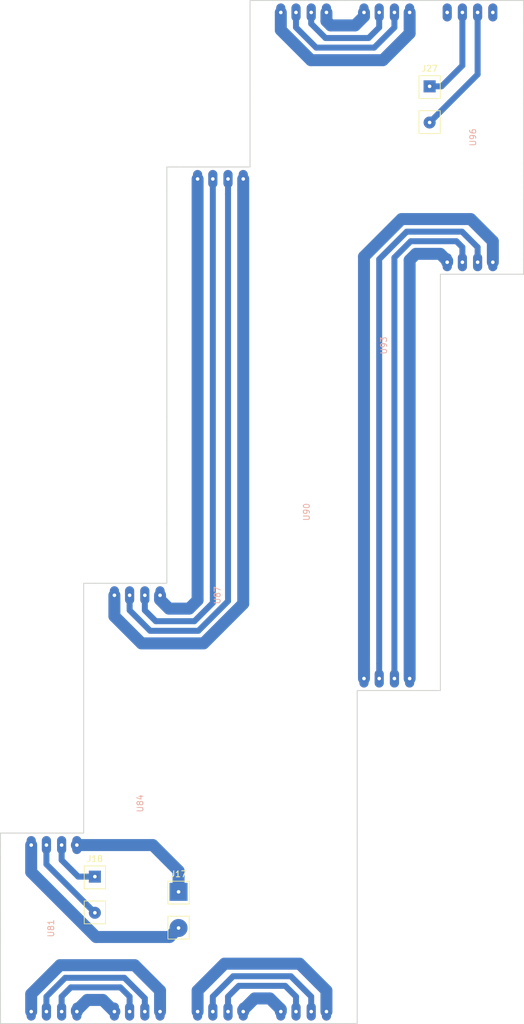
<source format=kicad_pcb>
(kicad_pcb (version 4) (host pcbnew 4.0.6)

  (general
    (links 26)
    (no_connects 2)
    (area 445.424999 438.480599 532.908301 609.297201)
    (thickness 1.6)
    (drawings 116)
    (tracks 119)
    (zones 0)
    (modules 9)
    (nets 27)
  )

  (page A4 portrait)
  (layers
    (0 F.Cu signal)
    (31 B.Cu signal)
    (32 B.Adhes user)
    (33 F.Adhes user hide)
    (34 B.Paste user)
    (35 F.Paste user hide)
    (36 B.SilkS user)
    (37 F.SilkS user hide)
    (38 B.Mask user)
    (39 F.Mask user hide)
    (40 Dwgs.User user)
    (41 Cmts.User user)
    (42 Eco1.User user)
    (43 Eco2.User user)
    (44 Edge.Cuts user)
    (45 Margin user hide)
    (46 B.CrtYd user)
    (47 F.CrtYd user hide)
    (48 B.Fab user)
    (49 F.Fab user)
  )

  (setup
    (last_trace_width 2)
    (trace_clearance 0.6)
    (zone_clearance 0.508)
    (zone_45_only no)
    (trace_min 0.2)
    (segment_width 0.2)
    (edge_width 0.15)
    (via_size 0.6)
    (via_drill 0.6)
    (via_min_size 0.4)
    (via_min_drill 0.3)
    (uvia_size 0.3)
    (uvia_drill 0.1)
    (uvias_allowed no)
    (uvia_min_size 0.2)
    (uvia_min_drill 0.1)
    (pcb_text_width 0.3)
    (pcb_text_size 1.5 1.5)
    (mod_edge_width 0.15)
    (mod_text_size 1 1)
    (mod_text_width 0.15)
    (pad_size 1.524 1.524)
    (pad_drill 0.6)
    (pad_to_mask_clearance 0.2)
    (aux_axis_origin 0 0)
    (visible_elements FFFFFFFF)
    (pcbplotparams
      (layerselection 0x01000_80000000)
      (usegerberextensions false)
      (excludeedgelayer true)
      (linewidth 0.100000)
      (plotframeref false)
      (viasonmask false)
      (mode 1)
      (useauxorigin false)
      (hpglpennumber 1)
      (hpglpenspeed 20)
      (hpglpendiameter 15)
      (hpglpenoverlay 2)
      (psnegative false)
      (psa4output false)
      (plotreference false)
      (plotvalue false)
      (plotinvisibletext false)
      (padsonsilk false)
      (subtractmaskfromsilk false)
      (outputformat 1)
      (mirror false)
      (drillshape 0)
      (scaleselection 1)
      (outputdirectory gerbers/))
  )

  (net 0 "")
  (net 1 +5V)
  (net 2 GND)
  (net 3 "Net-(U81-Pad5)")
  (net 4 "Net-(U81-Pad6)")
  (net 5 "Net-(U81-Pad7)")
  (net 6 "Net-(U81-Pad8)")
  (net 7 "Net-(U84-Pad5)")
  (net 8 "Net-(U84-Pad6)")
  (net 9 "Net-(U84-Pad7)")
  (net 10 "Net-(U84-Pad8)")
  (net 11 "Net-(U87-Pad5)")
  (net 12 "Net-(U87-Pad6)")
  (net 13 "Net-(U87-Pad7)")
  (net 14 "Net-(U87-Pad8)")
  (net 15 "Net-(U90-Pad5)")
  (net 16 "Net-(U90-Pad6)")
  (net 17 "Net-(U90-Pad7)")
  (net 18 "Net-(U90-Pad8)")
  (net 19 "Net-(U93-Pad5)")
  (net 20 "Net-(U93-Pad6)")
  (net 21 "Net-(U93-Pad7)")
  (net 22 "Net-(U93-Pad8)")
  (net 23 "Net-(J18-Pad1)")
  (net 24 "Net-(J18-Pad2)")
  (net 25 "Net-(J27-Pad1)")
  (net 26 "Net-(J27-Pad2)")

  (net_class Default "This is the default net class."
    (clearance 0.6)
    (trace_width 2)
    (via_drill 1)
    (via_drill 0.6)
    (uvia_dia 0.3)
    (uvia_drill 0.1)
    (add_net +5V)
    (add_net GND)
    (add_net "Net-(U81-Pad5)")
    (add_net "Net-(U81-Pad8)")
    (add_net "Net-(U84-Pad5)")
    (add_net "Net-(U84-Pad8)")
    (add_net "Net-(U87-Pad5)")
    (add_net "Net-(U87-Pad8)")
    (add_net "Net-(U90-Pad5)")
    (add_net "Net-(U90-Pad8)")
    (add_net "Net-(U93-Pad5)")
    (add_net "Net-(U93-Pad8)")
  )

  (net_class Signal ""
    (clearance 0.6)
    (trace_width 1)
    (via_drill 1)
    (via_drill 0.6)
    (uvia_dia 0.3)
    (uvia_drill 0.1)
    (add_net "Net-(J18-Pad1)")
    (add_net "Net-(J18-Pad2)")
    (add_net "Net-(J27-Pad1)")
    (add_net "Net-(J27-Pad2)")
    (add_net "Net-(U81-Pad6)")
    (add_net "Net-(U81-Pad7)")
    (add_net "Net-(U84-Pad6)")
    (add_net "Net-(U84-Pad7)")
    (add_net "Net-(U87-Pad6)")
    (add_net "Net-(U87-Pad7)")
    (add_net "Net-(U90-Pad6)")
    (add_net "Net-(U90-Pad7)")
    (add_net "Net-(U93-Pad6)")
    (add_net "Net-(U93-Pad7)")
  )

  (module apa102c_72m:APA102C_72m_x2 (layer B.Cu) (tedit 59559C0C) (tstamp 59559C0C)
    (at 70.1424 210.0473 270)
    (path /5954F15E)
    (fp_text reference U81 (at 0 0.5 270) (layer B.SilkS)
      (effects (font (size 1 1) (thickness 0.15)))
    )
    (fp_text value APA102C_x2 (at 0 -0.5 270) (layer B.Fab)
      (effects (font (size 1 1) (thickness 0.15)))
    )
    (fp_line (start -13.8889 -5.08) (end -13.8889 5.08) (layer B.CrtYd) (width 0.15))
    (fp_line (start 13.8889 -5.08) (end -13.8889 -5.08) (layer B.CrtYd) (width 0.15))
    (fp_line (start 13.8889 5.08) (end 13.8889 -5.08) (layer B.CrtYd) (width 0.15))
    (fp_line (start -13.8889 5.08) (end 13.8889 5.08) (layer B.CrtYd) (width 0.15))
    (pad 1 thru_hole oval (at -13.8889 -3.81 270) (size 3 1.524) (drill 0.6) (layers *.Cu *.Mask)
      (net 2 GND))
    (pad 2 thru_hole oval (at -13.8889 -1.27 270) (size 3 1.524) (drill 0.6) (layers *.Cu *.Mask)
      (net 23 "Net-(J18-Pad1)"))
    (pad 3 thru_hole oval (at -13.8889 1.27 270) (size 3 1.524) (drill 0.6) (layers *.Cu *.Mask)
      (net 24 "Net-(J18-Pad2)"))
    (pad 4 thru_hole oval (at -13.8889 3.81 270) (size 3 1.524) (drill 0.6) (layers *.Cu *.Mask)
      (net 1 +5V))
    (pad 5 thru_hole oval (at 13.8889 -3.81 270) (size 3 1.524) (drill 0.6) (layers *.Cu *.Mask)
      (net 3 "Net-(U81-Pad5)"))
    (pad 6 thru_hole oval (at 13.8889 -1.27 270) (size 3 1.524) (drill 0.6) (layers *.Cu *.Mask)
      (net 4 "Net-(U81-Pad6)"))
    (pad 7 thru_hole oval (at 13.8889 1.27 270) (size 3 1.524) (drill 0.6) (layers *.Cu *.Mask)
      (net 5 "Net-(U81-Pad7)"))
    (pad 8 thru_hole oval (at 13.8889 3.81 270) (size 3 1.524) (drill 0.6) (layers *.Cu *.Mask)
      (net 6 "Net-(U81-Pad8)"))
  )

  (module apa102c_72m:APA102C_72m_x5 (layer B.Cu) (tedit 59559C0C) (tstamp 59559C0C)
    (at 84.0313 189.214 90)
    (path /5954F161)
    (fp_text reference U84 (at 0 0.5 90) (layer B.SilkS)
      (effects (font (size 1 1) (thickness 0.15)))
    )
    (fp_text value APA102C_x5 (at 0 -0.5 90) (layer B.Fab)
      (effects (font (size 1 1) (thickness 0.15)))
    )
    (fp_line (start -34.7222 -5.08) (end -34.7222 5.08) (layer B.CrtYd) (width 0.15))
    (fp_line (start 34.7222 -5.08) (end -34.7222 -5.08) (layer B.CrtYd) (width 0.15))
    (fp_line (start 34.7222 5.08) (end 34.7222 -5.08) (layer B.CrtYd) (width 0.15))
    (fp_line (start -34.7222 5.08) (end 34.7222 5.08) (layer B.CrtYd) (width 0.15))
    (pad 1 thru_hole oval (at -34.7222 -3.81 90) (size 3 1.524) (drill 0.6) (layers *.Cu *.Mask)
      (net 3 "Net-(U81-Pad5)"))
    (pad 2 thru_hole oval (at -34.7222 -1.27 90) (size 3 1.524) (drill 0.6) (layers *.Cu *.Mask)
      (net 4 "Net-(U81-Pad6)"))
    (pad 3 thru_hole oval (at -34.7222 1.27 90) (size 3 1.524) (drill 0.6) (layers *.Cu *.Mask)
      (net 5 "Net-(U81-Pad7)"))
    (pad 4 thru_hole oval (at -34.7222 3.81 90) (size 3 1.524) (drill 0.6) (layers *.Cu *.Mask)
      (net 6 "Net-(U81-Pad8)"))
    (pad 5 thru_hole oval (at 34.7222 -3.81 90) (size 3 1.524) (drill 0.6) (layers *.Cu *.Mask)
      (net 7 "Net-(U84-Pad5)"))
    (pad 6 thru_hole oval (at 34.7222 -1.27 90) (size 3 1.524) (drill 0.6) (layers *.Cu *.Mask)
      (net 8 "Net-(U84-Pad6)"))
    (pad 7 thru_hole oval (at 34.7222 1.27 90) (size 3 1.524) (drill 0.6) (layers *.Cu *.Mask)
      (net 9 "Net-(U84-Pad7)"))
    (pad 8 thru_hole oval (at 34.7222 3.81 90) (size 3 1.524) (drill 0.6) (layers *.Cu *.Mask)
      (net 10 "Net-(U84-Pad8)"))
  )

  (module apa102c_72m:APA102C_72m_x10 (layer B.Cu) (tedit 59559C0C) (tstamp 59559C0C)
    (at 97.9202 154.4918 270)
    (path /5954F164)
    (fp_text reference U87 (at 0 0.5 270) (layer B.SilkS)
      (effects (font (size 1 1) (thickness 0.15)))
    )
    (fp_text value APA102C_x10 (at 0 -0.5 270) (layer B.Fab)
      (effects (font (size 1 1) (thickness 0.15)))
    )
    (fp_line (start -69.4444 -5.08) (end -69.4444 5.08) (layer B.CrtYd) (width 0.15))
    (fp_line (start 69.4444 -5.08) (end -69.4444 -5.08) (layer B.CrtYd) (width 0.15))
    (fp_line (start 69.4444 5.08) (end 69.4444 -5.08) (layer B.CrtYd) (width 0.15))
    (fp_line (start -69.4444 5.08) (end 69.4444 5.08) (layer B.CrtYd) (width 0.15))
    (pad 1 thru_hole oval (at -69.4444 -3.81 270) (size 3 1.524) (drill 0.6) (layers *.Cu *.Mask)
      (net 7 "Net-(U84-Pad5)"))
    (pad 2 thru_hole oval (at -69.4444 -1.27 270) (size 3 1.524) (drill 0.6) (layers *.Cu *.Mask)
      (net 8 "Net-(U84-Pad6)"))
    (pad 3 thru_hole oval (at -69.4444 1.27 270) (size 3 1.524) (drill 0.6) (layers *.Cu *.Mask)
      (net 9 "Net-(U84-Pad7)"))
    (pad 4 thru_hole oval (at -69.4444 3.81 270) (size 3 1.524) (drill 0.6) (layers *.Cu *.Mask)
      (net 10 "Net-(U84-Pad8)"))
    (pad 5 thru_hole oval (at 69.4444 -3.81 270) (size 3 1.524) (drill 0.6) (layers *.Cu *.Mask)
      (net 11 "Net-(U87-Pad5)"))
    (pad 6 thru_hole oval (at 69.4444 -1.27 270) (size 3 1.524) (drill 0.6) (layers *.Cu *.Mask)
      (net 12 "Net-(U87-Pad6)"))
    (pad 7 thru_hole oval (at 69.4444 1.27 270) (size 3 1.524) (drill 0.6) (layers *.Cu *.Mask)
      (net 13 "Net-(U87-Pad7)"))
    (pad 8 thru_hole oval (at 69.4444 3.81 270) (size 3 1.524) (drill 0.6) (layers *.Cu *.Mask)
      (net 14 "Net-(U87-Pad8)"))
  )

  (module apa102c_72m:APA102C_72m_x12 (layer B.Cu) (tedit 59559C0C) (tstamp 59559C0C)
    (at 111.8091 140.6029 90)
    (path /5954F167)
    (fp_text reference U90 (at 0 0.5 90) (layer B.SilkS)
      (effects (font (size 1 1) (thickness 0.15)))
    )
    (fp_text value APA102C_x12 (at 0 -0.5 90) (layer B.Fab)
      (effects (font (size 1 1) (thickness 0.15)))
    )
    (fp_line (start -83.3333 -5.08) (end -83.3333 5.08) (layer B.CrtYd) (width 0.15))
    (fp_line (start 83.3333 -5.08) (end -83.3333 -5.08) (layer B.CrtYd) (width 0.15))
    (fp_line (start 83.3333 5.08) (end 83.3333 -5.08) (layer B.CrtYd) (width 0.15))
    (fp_line (start -83.3333 5.08) (end 83.3333 5.08) (layer B.CrtYd) (width 0.15))
    (pad 1 thru_hole oval (at -83.3333 -3.81 90) (size 3 1.524) (drill 0.6) (layers *.Cu *.Mask)
      (net 11 "Net-(U87-Pad5)"))
    (pad 2 thru_hole oval (at -83.3333 -1.27 90) (size 3 1.524) (drill 0.6) (layers *.Cu *.Mask)
      (net 12 "Net-(U87-Pad6)"))
    (pad 3 thru_hole oval (at -83.3333 1.27 90) (size 3 1.524) (drill 0.6) (layers *.Cu *.Mask)
      (net 13 "Net-(U87-Pad7)"))
    (pad 4 thru_hole oval (at -83.3333 3.81 90) (size 3 1.524) (drill 0.6) (layers *.Cu *.Mask)
      (net 14 "Net-(U87-Pad8)"))
    (pad 5 thru_hole oval (at 83.3333 -3.81 90) (size 3 1.524) (drill 0.6) (layers *.Cu *.Mask)
      (net 15 "Net-(U90-Pad5)"))
    (pad 6 thru_hole oval (at 83.3333 -1.27 90) (size 3 1.524) (drill 0.6) (layers *.Cu *.Mask)
      (net 16 "Net-(U90-Pad6)"))
    (pad 7 thru_hole oval (at 83.3333 1.27 90) (size 3 1.524) (drill 0.6) (layers *.Cu *.Mask)
      (net 17 "Net-(U90-Pad7)"))
    (pad 8 thru_hole oval (at 83.3333 3.81 90) (size 3 1.524) (drill 0.6) (layers *.Cu *.Mask)
      (net 18 "Net-(U90-Pad8)"))
  )

  (module apa102c_72m:APA102C_72m_x8 (layer B.Cu) (tedit 59559C0C) (tstamp 59559C0C)
    (at 125.698 112.8251 270)
    (path /5954F16A)
    (fp_text reference U93 (at 0 0.5 270) (layer B.SilkS)
      (effects (font (size 1 1) (thickness 0.15)))
    )
    (fp_text value APA102C_x8 (at 0 -0.5 270) (layer B.Fab)
      (effects (font (size 1 1) (thickness 0.15)))
    )
    (fp_line (start -55.5556 -5.08) (end -55.5556 5.08) (layer B.CrtYd) (width 0.15))
    (fp_line (start 55.5556 -5.08) (end -55.5556 -5.08) (layer B.CrtYd) (width 0.15))
    (fp_line (start 55.5556 5.08) (end 55.5556 -5.08) (layer B.CrtYd) (width 0.15))
    (fp_line (start -55.5556 5.08) (end 55.5556 5.08) (layer B.CrtYd) (width 0.15))
    (pad 1 thru_hole oval (at -55.5556 -3.81 270) (size 3 1.524) (drill 0.6) (layers *.Cu *.Mask)
      (net 15 "Net-(U90-Pad5)"))
    (pad 2 thru_hole oval (at -55.5556 -1.27 270) (size 3 1.524) (drill 0.6) (layers *.Cu *.Mask)
      (net 16 "Net-(U90-Pad6)"))
    (pad 3 thru_hole oval (at -55.5556 1.27 270) (size 3 1.524) (drill 0.6) (layers *.Cu *.Mask)
      (net 17 "Net-(U90-Pad7)"))
    (pad 4 thru_hole oval (at -55.5556 3.81 270) (size 3 1.524) (drill 0.6) (layers *.Cu *.Mask)
      (net 18 "Net-(U90-Pad8)"))
    (pad 5 thru_hole oval (at 55.5556 -3.81 270) (size 3 1.524) (drill 0.6) (layers *.Cu *.Mask)
      (net 19 "Net-(U93-Pad5)"))
    (pad 6 thru_hole oval (at 55.5556 -1.27 270) (size 3 1.524) (drill 0.6) (layers *.Cu *.Mask)
      (net 20 "Net-(U93-Pad6)"))
    (pad 7 thru_hole oval (at 55.5556 1.27 270) (size 3 1.524) (drill 0.6) (layers *.Cu *.Mask)
      (net 21 "Net-(U93-Pad7)"))
    (pad 8 thru_hole oval (at 55.5556 3.81 270) (size 3 1.524) (drill 0.6) (layers *.Cu *.Mask)
      (net 22 "Net-(U93-Pad8)"))
  )

  (module apa102c_72m:APA102C_72m_x3 (layer B.Cu) (tedit 59559C0C) (tstamp 59559C0C)
    (at 139.5869 78.1029 90)
    (path /5954F16D)
    (fp_text reference U96 (at 0 0.5 90) (layer B.SilkS)
      (effects (font (size 1 1) (thickness 0.15)))
    )
    (fp_text value APA102C_x3 (at 0 -0.5 90) (layer B.Fab)
      (effects (font (size 1 1) (thickness 0.15)))
    )
    (fp_line (start -20.8333 -5.08) (end -20.8333 5.08) (layer B.CrtYd) (width 0.15))
    (fp_line (start 20.8333 -5.08) (end -20.8333 -5.08) (layer B.CrtYd) (width 0.15))
    (fp_line (start 20.8333 5.08) (end 20.8333 -5.08) (layer B.CrtYd) (width 0.15))
    (fp_line (start -20.8333 5.08) (end 20.8333 5.08) (layer B.CrtYd) (width 0.15))
    (pad 1 thru_hole oval (at -20.8333 -3.81 90) (size 3 1.524) (drill 0.6) (layers *.Cu *.Mask)
      (net 19 "Net-(U93-Pad5)"))
    (pad 2 thru_hole oval (at -20.8333 -1.27 90) (size 3 1.524) (drill 0.6) (layers *.Cu *.Mask)
      (net 20 "Net-(U93-Pad6)"))
    (pad 3 thru_hole oval (at -20.8333 1.27 90) (size 3 1.524) (drill 0.6) (layers *.Cu *.Mask)
      (net 21 "Net-(U93-Pad7)"))
    (pad 4 thru_hole oval (at -20.8333 3.81 90) (size 3 1.524) (drill 0.6) (layers *.Cu *.Mask)
      (net 22 "Net-(U93-Pad8)"))
    (pad 5 thru_hole oval (at 20.8333 -3.81 90) (size 3 1.524) (drill 0.6) (layers *.Cu *.Mask))
    (pad 6 thru_hole oval (at 20.8333 -1.27 90) (size 3 1.524) (drill 0.6) (layers *.Cu *.Mask)
      (net 25 "Net-(J27-Pad1)"))
    (pad 7 thru_hole oval (at 20.8333 1.27 90) (size 3 1.524) (drill 0.6) (layers *.Cu *.Mask)
      (net 26 "Net-(J27-Pad2)"))
    (pad 8 thru_hole oval (at 20.8333 3.81 90) (size 3 1.524) (drill 0.6) (layers *.Cu *.Mask))
  )

  (module connector:Sign_Connector (layer F.Cu) (tedit 59623399) (tstamp 59623507)
    (at 132.842 71.628)
    (descr "Sign connector")
    (path /596922C5)
    (fp_text reference J27 (at 0 -5) (layer F.SilkS)
      (effects (font (size 1 1) (thickness 0.15)))
    )
    (fp_text value CONN_01X02 (at 0 7) (layer F.Fab)
      (effects (font (size 1 1) (thickness 0.15)))
    )
    (fp_line (start -1.778 -3.81) (end -1.778 5.842) (layer F.Fab) (width 0.1))
    (fp_line (start -1.778 5.842) (end 1.778 5.842) (layer F.Fab) (width 0.1))
    (fp_line (start 1.778 5.842) (end 1.778 -3.81) (layer F.Fab) (width 0.1))
    (fp_line (start 1.778 -3.81) (end -1.778 -3.81) (layer F.Fab) (width 0.1))
    (fp_line (start -1.778 2.032) (end -1.778 5.842) (layer F.SilkS) (width 0.12))
    (fp_line (start -1.778 5.842) (end 1.778 5.842) (layer F.SilkS) (width 0.12))
    (fp_line (start 1.778 5.842) (end 1.778 2.032) (layer F.SilkS) (width 0.12))
    (fp_line (start 1.778 2.032) (end -1.778 2.032) (layer F.SilkS) (width 0.12))
    (fp_line (start -1.778 0) (end -1.778 -3.81) (layer F.SilkS) (width 0.12))
    (fp_line (start -1.778 0) (end 1.778 0) (layer F.SilkS) (width 0.12))
    (fp_line (start -2.032 -4.064) (end -2.032 6.096) (layer F.CrtYd) (width 0.05))
    (fp_line (start -2.032 6.096) (end 2.032 6.096) (layer F.CrtYd) (width 0.05))
    (fp_line (start 2.032 6.096) (end 2.032 -4.064) (layer F.CrtYd) (width 0.05))
    (fp_line (start 2.032 -4.064) (end -2.032 -4.064) (layer F.CrtYd) (width 0.05))
    (fp_text user %R (at 0 -5) (layer F.Fab)
      (effects (font (size 1 1) (thickness 0.15)))
    )
    (fp_line (start 1.778 0) (end 1.778 -3.81) (layer F.SilkS) (width 0.12))
    (fp_line (start -1.778 -3.81) (end 1.778 -3.81) (layer F.SilkS) (width 0.12))
    (pad 1 thru_hole rect (at 0 -2.032) (size 2 2) (drill 0.6) (layers *.Cu *.Mask)
      (net 25 "Net-(J27-Pad1)"))
    (pad 2 thru_hole oval (at 0 4) (size 2 2) (drill 0.6) (layers *.Cu *.Mask)
      (net 26 "Net-(J27-Pad2)"))
    (model ${KISYS3DMOD}/Pin_Headers.3dshapes/Pin_Header_Straight_1x02_Pitch2.54mm.wrl
      (at (xyz 0 -0.05 0))
      (scale (xyz 1 1 1))
      (rotate (xyz 0 0 90))
    )
  )

  (module connector:Sign_Connector (layer F.Cu) (tedit 59623399) (tstamp 596234DA)
    (at 76.962 203.454)
    (descr "Sign connector")
    (path /59687E31)
    (fp_text reference J18 (at 0 -5) (layer F.SilkS)
      (effects (font (size 1 1) (thickness 0.15)))
    )
    (fp_text value CONN_01X02 (at 0 7) (layer F.Fab)
      (effects (font (size 1 1) (thickness 0.15)))
    )
    (fp_line (start -1.778 -3.81) (end -1.778 5.842) (layer F.Fab) (width 0.1))
    (fp_line (start -1.778 5.842) (end 1.778 5.842) (layer F.Fab) (width 0.1))
    (fp_line (start 1.778 5.842) (end 1.778 -3.81) (layer F.Fab) (width 0.1))
    (fp_line (start 1.778 -3.81) (end -1.778 -3.81) (layer F.Fab) (width 0.1))
    (fp_line (start -1.778 2.032) (end -1.778 5.842) (layer F.SilkS) (width 0.12))
    (fp_line (start -1.778 5.842) (end 1.778 5.842) (layer F.SilkS) (width 0.12))
    (fp_line (start 1.778 5.842) (end 1.778 2.032) (layer F.SilkS) (width 0.12))
    (fp_line (start 1.778 2.032) (end -1.778 2.032) (layer F.SilkS) (width 0.12))
    (fp_line (start -1.778 0) (end -1.778 -3.81) (layer F.SilkS) (width 0.12))
    (fp_line (start -1.778 0) (end 1.778 0) (layer F.SilkS) (width 0.12))
    (fp_line (start -2.032 -4.064) (end -2.032 6.096) (layer F.CrtYd) (width 0.05))
    (fp_line (start -2.032 6.096) (end 2.032 6.096) (layer F.CrtYd) (width 0.05))
    (fp_line (start 2.032 6.096) (end 2.032 -4.064) (layer F.CrtYd) (width 0.05))
    (fp_line (start 2.032 -4.064) (end -2.032 -4.064) (layer F.CrtYd) (width 0.05))
    (fp_text user %R (at 0 -5) (layer F.Fab)
      (effects (font (size 1 1) (thickness 0.15)))
    )
    (fp_line (start 1.778 0) (end 1.778 -3.81) (layer F.SilkS) (width 0.12))
    (fp_line (start -1.778 -3.81) (end 1.778 -3.81) (layer F.SilkS) (width 0.12))
    (pad 1 thru_hole rect (at 0 -2.032) (size 2 2) (drill 0.6) (layers *.Cu *.Mask)
      (net 23 "Net-(J18-Pad1)"))
    (pad 2 thru_hole oval (at 0 4) (size 2 2) (drill 0.6) (layers *.Cu *.Mask)
      (net 24 "Net-(J18-Pad2)"))
    (model ${KISYS3DMOD}/Pin_Headers.3dshapes/Pin_Header_Straight_1x02_Pitch2.54mm.wrl
      (at (xyz 0 -0.05 0))
      (scale (xyz 1 1 1))
      (rotate (xyz 0 0 90))
    )
  )

  (module connector:Power_Connector (layer F.Cu) (tedit 596231DD) (tstamp 5962F47C)
    (at 90.932 205.994)
    (descr "Power connector")
    (path /59687E2B)
    (fp_text reference J17 (at 0 -5) (layer F.SilkS)
      (effects (font (size 1 1) (thickness 0.15)))
    )
    (fp_text value CONN_01X02 (at 0 7) (layer F.Fab)
      (effects (font (size 1 1) (thickness 0.15)))
    )
    (fp_line (start -1.778 -3.81) (end -1.778 5.842) (layer F.Fab) (width 0.1))
    (fp_line (start -1.778 5.842) (end 1.778 5.842) (layer F.Fab) (width 0.1))
    (fp_line (start 1.778 5.842) (end 1.778 -3.81) (layer F.Fab) (width 0.1))
    (fp_line (start 1.778 -3.81) (end -1.778 -3.81) (layer F.Fab) (width 0.1))
    (fp_line (start -1.778 2.032) (end -1.778 5.842) (layer F.SilkS) (width 0.12))
    (fp_line (start -1.778 5.842) (end 1.778 5.842) (layer F.SilkS) (width 0.12))
    (fp_line (start 1.778 5.842) (end 1.778 2.032) (layer F.SilkS) (width 0.12))
    (fp_line (start 1.778 2.032) (end -1.778 2.032) (layer F.SilkS) (width 0.12))
    (fp_line (start -1.778 0) (end -1.778 -3.81) (layer F.SilkS) (width 0.12))
    (fp_line (start -1.778 0) (end 1.778 0) (layer F.SilkS) (width 0.12))
    (fp_line (start -2.032 -4.064) (end -2.032 6.096) (layer F.CrtYd) (width 0.05))
    (fp_line (start -2.032 6.096) (end 2.032 6.096) (layer F.CrtYd) (width 0.05))
    (fp_line (start 2.032 6.096) (end 2.032 -4.064) (layer F.CrtYd) (width 0.05))
    (fp_line (start 2.032 -4.064) (end -2.032 -4.064) (layer F.CrtYd) (width 0.05))
    (fp_text user %R (at 0 -5) (layer F.Fab)
      (effects (font (size 1 1) (thickness 0.15)))
    )
    (fp_line (start 1.778 0) (end 1.778 -3.81) (layer F.SilkS) (width 0.12))
    (fp_line (start -1.778 -3.81) (end 1.778 -3.81) (layer F.SilkS) (width 0.12))
    (pad 1 thru_hole rect (at 0 -2.032) (size 3 3) (drill 0.6) (layers *.Cu *.Mask)
      (net 2 GND))
    (pad 2 thru_hole oval (at 0 4) (size 3 3) (drill 0.6) (layers *.Cu *.Mask)
      (net 1 +5V))
    (model ${KISYS3DMOD}/Pin_Headers.3dshapes/Pin_Header_Straight_1x02_Pitch2.54mm.wrl
      (at (xyz 0 -0.05 0))
      (scale (xyz 1 1 1))
      (rotate (xyz 0 0 90))
    )
  )

  (gr_line (start 102.8647 55.2696) (end 104.8647 55.2696) (layer Edge.Cuts) (width 0.15))
  (gr_line (start 102.8647 55.2696) (end 102.8647 57.2696) (layer Edge.Cuts) (width 0.15))
  (gr_line (start 106.8647 55.2696) (end 116.7536 55.2696) (layer Edge.Cuts) (width 0.15))
  (gr_line (start 116.7536 55.2696) (end 118.7536 55.2696) (layer Edge.Cuts) (width 0.15))
  (gr_line (start 104.8647 55.2696) (end 106.8647 55.2696) (layer Edge.Cuts) (width 0.15))
  (gr_line (start 120.7536 55.2696) (end 130.6424 55.2696) (layer Edge.Cuts) (width 0.15))
  (gr_line (start 130.6424 55.2696) (end 132.6424 55.2696) (layer Edge.Cuts) (width 0.15))
  (gr_line (start 118.7536 55.2696) (end 120.7536 55.2696) (layer Edge.Cuts) (width 0.15))
  (gr_line (start 134.6424 55.2696) (end 144.5313 55.2696) (layer Edge.Cuts) (width 0.15))
  (gr_line (start 144.5313 55.2696) (end 146.5313 55.2696) (layer Edge.Cuts) (width 0.15))
  (gr_line (start 132.6424 55.2696) (end 134.6424 55.2696) (layer Edge.Cuts) (width 0.15))
  (gr_line (start 148.5313 55.2696) (end 148.5313 57.2696) (layer Edge.Cuts) (width 0.15))
  (gr_line (start 146.5313 55.2696) (end 148.5313 55.2696) (layer Edge.Cuts) (width 0.15))
  (gr_line (start 102.8647 57.2696) (end 102.8647 59.2696) (layer Edge.Cuts) (width 0.15))
  (gr_line (start 102.8647 69.1584) (end 102.8647 71.1584) (layer Edge.Cuts) (width 0.15))
  (gr_line (start 102.8647 59.2696) (end 102.8647 69.1584) (layer Edge.Cuts) (width 0.15))
  (gr_line (start 148.5313 57.2696) (end 148.5313 59.2696) (layer Edge.Cuts) (width 0.15))
  (gr_line (start 148.5313 59.2696) (end 148.5313 69.1584) (layer Edge.Cuts) (width 0.15))
  (gr_line (start 148.5313 69.1584) (end 148.5313 71.1584) (layer Edge.Cuts) (width 0.15))
  (gr_line (start 88.9758 83.0473) (end 90.9758 83.0473) (layer Edge.Cuts) (width 0.15))
  (gr_line (start 88.9758 83.0473) (end 88.9758 85.0473) (layer Edge.Cuts) (width 0.15))
  (gr_line (start 102.8647 71.1584) (end 102.8647 73.1584) (layer Edge.Cuts) (width 0.15))
  (gr_line (start 92.9758 83.0473) (end 102.8647 83.0473) (layer Edge.Cuts) (width 0.15))
  (gr_line (start 90.9758 83.0473) (end 92.9758 83.0473) (layer Edge.Cuts) (width 0.15))
  (gr_line (start 102.8647 73.1584) (end 102.8647 83.0473) (layer Edge.Cuts) (width 0.15))
  (gr_line (start 148.5313 71.1584) (end 148.5313 73.1584) (layer Edge.Cuts) (width 0.15))
  (gr_line (start 148.5313 73.1584) (end 148.5313 83.0473) (layer Edge.Cuts) (width 0.15))
  (gr_line (start 148.5313 83.0473) (end 148.5313 85.0473) (layer Edge.Cuts) (width 0.15))
  (gr_line (start 88.9758 85.0473) (end 88.9758 87.0473) (layer Edge.Cuts) (width 0.15))
  (gr_line (start 88.9758 96.9362) (end 88.9758 98.9362) (layer Edge.Cuts) (width 0.15))
  (gr_line (start 88.9758 87.0473) (end 88.9758 96.9362) (layer Edge.Cuts) (width 0.15))
  (gr_line (start 148.5313 85.0473) (end 148.5313 87.0473) (layer Edge.Cuts) (width 0.15))
  (gr_line (start 148.5313 87.0473) (end 148.5313 96.9362) (layer Edge.Cuts) (width 0.15))
  (gr_line (start 148.5313 96.9362) (end 148.5313 98.9362) (layer Edge.Cuts) (width 0.15))
  (gr_line (start 88.9758 98.9362) (end 88.9758 100.9362) (layer Edge.Cuts) (width 0.15))
  (gr_line (start 88.9758 110.8251) (end 88.9758 112.8251) (layer Edge.Cuts) (width 0.15))
  (gr_line (start 88.9758 100.9362) (end 88.9758 110.8251) (layer Edge.Cuts) (width 0.15))
  (gr_line (start 134.6424 100.9362) (end 144.5313 100.9362) (layer Edge.Cuts) (width 0.15))
  (gr_line (start 144.5313 100.9362) (end 146.5313 100.9362) (layer Edge.Cuts) (width 0.15))
  (gr_line (start 134.6424 100.9362) (end 134.6424 110.8251) (layer Edge.Cuts) (width 0.15))
  (gr_line (start 134.6424 110.8251) (end 134.6424 112.8251) (layer Edge.Cuts) (width 0.15))
  (gr_line (start 148.5313 98.9362) (end 148.5313 100.9362) (layer Edge.Cuts) (width 0.15))
  (gr_line (start 146.5313 100.9362) (end 148.5313 100.9362) (layer Edge.Cuts) (width 0.15))
  (gr_line (start 88.9758 112.8251) (end 88.9758 114.8251) (layer Edge.Cuts) (width 0.15))
  (gr_line (start 88.9758 124.714) (end 88.9758 126.714) (layer Edge.Cuts) (width 0.15))
  (gr_line (start 88.9758 114.8251) (end 88.9758 124.714) (layer Edge.Cuts) (width 0.15))
  (gr_line (start 134.6424 112.8251) (end 134.6424 114.8251) (layer Edge.Cuts) (width 0.15))
  (gr_line (start 134.6424 114.8251) (end 134.6424 124.714) (layer Edge.Cuts) (width 0.15))
  (gr_line (start 134.6424 124.714) (end 134.6424 126.714) (layer Edge.Cuts) (width 0.15))
  (gr_line (start 88.9758 126.714) (end 88.9758 128.714) (layer Edge.Cuts) (width 0.15))
  (gr_line (start 88.9758 138.6029) (end 88.9758 140.6029) (layer Edge.Cuts) (width 0.15))
  (gr_line (start 88.9758 128.714) (end 88.9758 138.6029) (layer Edge.Cuts) (width 0.15))
  (gr_line (start 134.6424 126.714) (end 134.6424 128.714) (layer Edge.Cuts) (width 0.15))
  (gr_line (start 134.6424 128.714) (end 134.6424 138.6029) (layer Edge.Cuts) (width 0.15))
  (gr_line (start 134.6424 138.6029) (end 134.6424 140.6029) (layer Edge.Cuts) (width 0.15))
  (gr_line (start 75.0869 152.4918) (end 77.0869 152.4918) (layer Edge.Cuts) (width 0.15))
  (gr_line (start 75.0869 152.4918) (end 75.0869 154.4918) (layer Edge.Cuts) (width 0.15))
  (gr_line (start 88.9758 140.6029) (end 88.9758 142.6029) (layer Edge.Cuts) (width 0.15))
  (gr_line (start 79.0869 152.4918) (end 88.9758 152.4918) (layer Edge.Cuts) (width 0.15))
  (gr_line (start 77.0869 152.4918) (end 79.0869 152.4918) (layer Edge.Cuts) (width 0.15))
  (gr_line (start 88.9758 142.6029) (end 88.9758 152.4918) (layer Edge.Cuts) (width 0.15))
  (gr_line (start 134.6424 140.6029) (end 134.6424 142.6029) (layer Edge.Cuts) (width 0.15))
  (gr_line (start 134.6424 142.6029) (end 134.6424 152.4918) (layer Edge.Cuts) (width 0.15))
  (gr_line (start 134.6424 152.4918) (end 134.6424 154.4918) (layer Edge.Cuts) (width 0.15))
  (gr_line (start 75.0869 154.4918) (end 75.0869 156.4918) (layer Edge.Cuts) (width 0.15))
  (gr_line (start 75.0869 166.3807) (end 75.0869 168.3807) (layer Edge.Cuts) (width 0.15))
  (gr_line (start 75.0869 156.4918) (end 75.0869 166.3807) (layer Edge.Cuts) (width 0.15))
  (gr_line (start 134.6424 154.4918) (end 134.6424 156.4918) (layer Edge.Cuts) (width 0.15))
  (gr_line (start 134.6424 156.4918) (end 134.6424 166.3807) (layer Edge.Cuts) (width 0.15))
  (gr_line (start 134.6424 166.3807) (end 134.6424 168.3807) (layer Edge.Cuts) (width 0.15))
  (gr_line (start 75.0869 168.3807) (end 75.0869 170.3807) (layer Edge.Cuts) (width 0.15))
  (gr_line (start 75.0869 180.2696) (end 75.0869 182.2696) (layer Edge.Cuts) (width 0.15))
  (gr_line (start 75.0869 170.3807) (end 75.0869 180.2696) (layer Edge.Cuts) (width 0.15))
  (gr_line (start 120.7536 170.3807) (end 130.6424 170.3807) (layer Edge.Cuts) (width 0.15))
  (gr_line (start 130.6424 170.3807) (end 132.6424 170.3807) (layer Edge.Cuts) (width 0.15))
  (gr_line (start 120.7536 170.3807) (end 120.7536 180.2696) (layer Edge.Cuts) (width 0.15))
  (gr_line (start 120.7536 180.2696) (end 120.7536 182.2696) (layer Edge.Cuts) (width 0.15))
  (gr_line (start 134.6424 168.3807) (end 134.6424 170.3807) (layer Edge.Cuts) (width 0.15))
  (gr_line (start 132.6424 170.3807) (end 134.6424 170.3807) (layer Edge.Cuts) (width 0.15))
  (gr_line (start 61.198 194.1584) (end 63.198 194.1584) (layer Edge.Cuts) (width 0.15))
  (gr_line (start 61.198 194.1584) (end 61.198 196.1584) (layer Edge.Cuts) (width 0.15))
  (gr_line (start 75.0869 182.2696) (end 75.0869 184.2696) (layer Edge.Cuts) (width 0.15))
  (gr_line (start 65.198 194.1584) (end 75.0869 194.1584) (layer Edge.Cuts) (width 0.15))
  (gr_line (start 63.198 194.1584) (end 65.198 194.1584) (layer Edge.Cuts) (width 0.15))
  (gr_line (start 75.0869 184.2696) (end 75.0869 194.1584) (layer Edge.Cuts) (width 0.15))
  (gr_line (start 120.7536 182.2696) (end 120.7536 184.2696) (layer Edge.Cuts) (width 0.15))
  (gr_line (start 120.7536 184.2696) (end 120.7536 194.1584) (layer Edge.Cuts) (width 0.15))
  (gr_line (start 120.7536 194.1584) (end 120.7536 196.1584) (layer Edge.Cuts) (width 0.15))
  (gr_line (start 61.198 196.1584) (end 61.198 198.1584) (layer Edge.Cuts) (width 0.15))
  (gr_line (start 61.198 208.0473) (end 61.198 210.0473) (layer Edge.Cuts) (width 0.15))
  (gr_line (start 61.198 198.1584) (end 61.198 208.0473) (layer Edge.Cuts) (width 0.15))
  (gr_line (start 120.7536 196.1584) (end 120.7536 198.1584) (layer Edge.Cuts) (width 0.15))
  (gr_line (start 120.7536 198.1584) (end 120.7536 208.0473) (layer Edge.Cuts) (width 0.15))
  (gr_line (start 120.7536 208.0473) (end 120.7536 210.0473) (layer Edge.Cuts) (width 0.15))
  (gr_line (start 61.198 210.0473) (end 61.198 212.0473) (layer Edge.Cuts) (width 0.15))
  (gr_line (start 61.198 221.9362) (end 61.198 223.9362) (layer Edge.Cuts) (width 0.15))
  (gr_line (start 61.198 212.0473) (end 61.198 221.9362) (layer Edge.Cuts) (width 0.15))
  (gr_line (start 120.7536 210.0473) (end 120.7536 212.0473) (layer Edge.Cuts) (width 0.15))
  (gr_line (start 120.7536 212.0473) (end 120.7536 221.9362) (layer Edge.Cuts) (width 0.15))
  (gr_line (start 120.7536 221.9362) (end 120.7536 223.9362) (layer Edge.Cuts) (width 0.15))
  (gr_line (start 61.198 223.9362) (end 61.198 225.9362) (layer Edge.Cuts) (width 0.15))
  (gr_line (start 61.198 225.9362) (end 63.198 225.9362) (layer Edge.Cuts) (width 0.15))
  (gr_line (start 65.198 225.9362) (end 75.0869 225.9362) (layer Edge.Cuts) (width 0.15))
  (gr_line (start 75.0869 225.9362) (end 77.0869 225.9362) (layer Edge.Cuts) (width 0.15))
  (gr_line (start 63.198 225.9362) (end 65.198 225.9362) (layer Edge.Cuts) (width 0.15))
  (gr_line (start 79.0869 225.9362) (end 88.9758 225.9362) (layer Edge.Cuts) (width 0.15))
  (gr_line (start 88.9758 225.9362) (end 90.9758 225.9362) (layer Edge.Cuts) (width 0.15))
  (gr_line (start 77.0869 225.9362) (end 79.0869 225.9362) (layer Edge.Cuts) (width 0.15))
  (gr_line (start 92.9758 225.9362) (end 102.8647 225.9362) (layer Edge.Cuts) (width 0.15))
  (gr_line (start 102.8647 225.9362) (end 104.8647 225.9362) (layer Edge.Cuts) (width 0.15))
  (gr_line (start 90.9758 225.9362) (end 92.9758 225.9362) (layer Edge.Cuts) (width 0.15))
  (gr_line (start 106.8647 225.9362) (end 116.7536 225.9362) (layer Edge.Cuts) (width 0.15))
  (gr_line (start 116.7536 225.9362) (end 118.7536 225.9362) (layer Edge.Cuts) (width 0.15))
  (gr_line (start 104.8647 225.9362) (end 106.8647 225.9362) (layer Edge.Cuts) (width 0.15))
  (gr_line (start 120.7536 223.9362) (end 120.7536 225.9362) (layer Edge.Cuts) (width 0.15))
  (gr_line (start 118.7536 225.9362) (end 120.7536 225.9362) (layer Edge.Cuts) (width 0.15))

  (segment (start 66.3324 196.1584) (end 66.3324 200.672402) (width 2) (layer B.Cu) (net 1))
  (segment (start 66.3324 200.672402) (end 77.153997 211.493999) (width 2) (layer B.Cu) (net 1))
  (segment (start 77.153997 211.493999) (end 89.432001 211.493999) (width 2) (layer B.Cu) (net 1))
  (segment (start 89.432001 211.493999) (end 90.932 209.994) (width 2) (layer B.Cu) (net 1))
  (segment (start 73.9524 196.1584) (end 86.6284 196.1584) (width 2) (layer B.Cu) (net 2))
  (segment (start 90.932 200.462) (end 90.932 203.962) (width 2) (layer B.Cu) (net 2))
  (segment (start 86.6284 196.1584) (end 90.932 200.462) (width 2) (layer B.Cu) (net 2))
  (segment (start 73.9524 223.9362) (end 73.9524 223.7356) (width 2) (layer B.Cu) (net 3))
  (segment (start 73.9524 223.7356) (end 75.692 221.996) (width 2) (layer B.Cu) (net 3))
  (segment (start 75.692 221.996) (end 78.2811 221.996) (width 2) (layer B.Cu) (net 3))
  (segment (start 78.2811 221.996) (end 80.2213 223.9362) (width 2) (layer B.Cu) (net 3))
  (segment (start 71.4124 223.9362) (end 71.4124 221.4362) (width 1) (layer B.Cu) (net 4))
  (segment (start 71.4124 221.4362) (end 72.95261 219.89599) (width 1) (layer B.Cu) (net 4))
  (segment (start 72.95261 219.89599) (end 81.22109 219.89599) (width 1) (layer B.Cu) (net 4))
  (segment (start 81.22109 219.89599) (end 82.7613 221.4362) (width 1) (layer B.Cu) (net 4))
  (segment (start 82.7613 221.4362) (end 82.7613 223.9362) (width 1) (layer B.Cu) (net 4))
  (segment (start 85.3013 223.9362) (end 85.3013 221.713445) (width 1) (layer B.Cu) (net 5))
  (segment (start 85.3013 221.713445) (end 81.883835 218.29598) (width 1) (layer B.Cu) (net 5))
  (segment (start 81.883835 218.29598) (end 72.01262 218.29598) (width 1) (layer B.Cu) (net 5))
  (segment (start 72.01262 218.29598) (end 68.8724 221.4362) (width 1) (layer B.Cu) (net 5))
  (segment (start 68.8724 221.4362) (end 68.8724 223.9362) (width 1) (layer B.Cu) (net 5))
  (segment (start 66.3324 223.9362) (end 66.3324 221.006338) (width 2) (layer B.Cu) (net 6))
  (segment (start 66.3324 221.006338) (end 71.142767 216.195971) (width 2) (layer B.Cu) (net 6))
  (segment (start 71.142767 216.195971) (end 83.601071 216.195971) (width 2) (layer B.Cu) (net 6))
  (segment (start 83.601071 216.195971) (end 87.8413 220.4362) (width 2) (layer B.Cu) (net 6))
  (segment (start 87.8413 220.4362) (end 87.8413 223.9362) (width 2) (layer B.Cu) (net 6))
  (segment (start 101.7302 85.0474) (end 101.7302 155.900279) (width 2) (layer B.Cu) (net 7))
  (segment (start 84.747529 162.518029) (end 80.2213 157.9918) (width 2) (layer B.Cu) (net 7))
  (segment (start 101.7302 155.900279) (end 95.11245 162.518029) (width 2) (layer B.Cu) (net 7))
  (segment (start 95.11245 162.518029) (end 84.747529 162.518029) (width 2) (layer B.Cu) (net 7))
  (segment (start 80.2213 157.9918) (end 80.2213 154.4918) (width 2) (layer B.Cu) (net 7))
  (segment (start 82.7613 154.4918) (end 82.7613 156.9918) (width 1) (layer B.Cu) (net 8))
  (segment (start 82.7613 156.9918) (end 86.18752 160.41802) (width 1) (layer B.Cu) (net 8))
  (segment (start 86.18752 160.41802) (end 94.242597 160.41802) (width 1) (layer B.Cu) (net 8))
  (segment (start 94.242597 160.41802) (end 99.1902 155.470417) (width 1) (layer B.Cu) (net 8))
  (segment (start 99.1902 155.470417) (end 99.1902 87.5474) (width 1) (layer B.Cu) (net 8))
  (segment (start 99.1902 87.5474) (end 99.1902 85.0474) (width 1) (layer B.Cu) (net 8))
  (segment (start 96.6502 85.0474) (end 96.6502 155.747662) (width 1) (layer B.Cu) (net 9))
  (segment (start 96.6502 155.747662) (end 93.579852 158.81801) (width 1) (layer B.Cu) (net 9))
  (segment (start 85.3013 156.9918) (end 85.3013 154.4918) (width 1) (layer B.Cu) (net 9))
  (segment (start 93.579852 158.81801) (end 87.12751 158.81801) (width 1) (layer B.Cu) (net 9))
  (segment (start 87.12751 158.81801) (end 85.3013 156.9918) (width 1) (layer B.Cu) (net 9))
  (segment (start 92.71 156.718) (end 94.1102 155.3178) (width 2) (layer B.Cu) (net 10))
  (segment (start 94.1102 155.3178) (end 94.1102 85.0474) (width 2) (layer B.Cu) (net 10))
  (segment (start 89.3295 156.718) (end 92.71 156.718) (width 2) (layer B.Cu) (net 10))
  (segment (start 87.8413 154.4918) (end 87.8413 155.2298) (width 2) (layer B.Cu) (net 10))
  (segment (start 87.8413 155.2298) (end 89.3295 156.718) (width 2) (layer B.Cu) (net 10))
  (segment (start 106.172 221.742) (end 107.9991 223.5691) (width 2) (layer B.Cu) (net 11))
  (segment (start 107.9991 223.5691) (end 107.9991 223.9362) (width 2) (layer B.Cu) (net 11))
  (segment (start 103.632 221.742) (end 106.172 221.742) (width 2) (layer B.Cu) (net 11))
  (segment (start 101.7302 223.6438) (end 103.632 221.742) (width 2) (layer B.Cu) (net 11))
  (segment (start 101.7302 223.9362) (end 101.7302 223.6438) (width 2) (layer B.Cu) (net 11))
  (segment (start 99.1902 223.9362) (end 99.1902 221.4362) (width 1) (layer B.Cu) (net 12))
  (segment (start 99.1902 221.4362) (end 100.98441 219.64199) (width 1) (layer B.Cu) (net 12))
  (segment (start 100.98441 219.64199) (end 108.74489 219.64199) (width 1) (layer B.Cu) (net 12))
  (segment (start 108.74489 219.64199) (end 110.5391 221.4362) (width 1) (layer B.Cu) (net 12))
  (segment (start 110.5391 221.4362) (end 110.5391 223.9362) (width 1) (layer B.Cu) (net 12))
  (segment (start 113.0791 223.9362) (end 113.0791 221.4362) (width 1) (layer B.Cu) (net 13))
  (segment (start 113.0791 221.4362) (end 109.68488 218.04198) (width 1) (layer B.Cu) (net 13))
  (segment (start 109.68488 218.04198) (end 100.04442 218.04198) (width 1) (layer B.Cu) (net 13))
  (segment (start 100.04442 218.04198) (end 96.6502 221.4362) (width 1) (layer B.Cu) (net 13))
  (segment (start 96.6502 221.4362) (end 96.6502 223.9362) (width 1) (layer B.Cu) (net 13))
  (segment (start 94.1102 223.9362) (end 94.1102 220.4362) (width 2) (layer B.Cu) (net 14))
  (segment (start 94.1102 220.4362) (end 98.604429 215.941971) (width 2) (layer B.Cu) (net 14))
  (segment (start 98.604429 215.941971) (end 111.124871 215.941971) (width 2) (layer B.Cu) (net 14))
  (segment (start 111.124871 215.941971) (end 115.6191 220.4362) (width 2) (layer B.Cu) (net 14))
  (segment (start 115.6191 220.4362) (end 115.6191 223.9362) (width 2) (layer B.Cu) (net 14))
  (segment (start 107.9991 57.2696) (end 107.9991 60.199462) (width 2) (layer B.Cu) (net 15))
  (segment (start 107.9991 60.199462) (end 113.035667 65.236029) (width 2) (layer B.Cu) (net 15))
  (segment (start 113.035667 65.236029) (end 125.041471 65.236029) (width 2) (layer B.Cu) (net 15))
  (segment (start 125.041471 65.236029) (end 129.508 60.7695) (width 2) (layer B.Cu) (net 15))
  (segment (start 129.508 60.7695) (end 129.508 57.2695) (width 2) (layer B.Cu) (net 15))
  (segment (start 126.968 57.2695) (end 126.968 59.7695) (width 1) (layer B.Cu) (net 16))
  (segment (start 126.968 59.7695) (end 123.60148 63.13602) (width 1) (layer B.Cu) (net 16))
  (segment (start 123.60148 63.13602) (end 113.90552 63.13602) (width 1) (layer B.Cu) (net 16))
  (segment (start 113.90552 63.13602) (end 110.5391 59.7696) (width 1) (layer B.Cu) (net 16))
  (segment (start 110.5391 59.7696) (end 110.5391 57.2696) (width 1) (layer B.Cu) (net 16))
  (segment (start 113.0791 57.2696) (end 113.0791 59.152962) (width 1) (layer B.Cu) (net 17))
  (segment (start 115.462148 61.53601) (end 122.66149 61.53601) (width 1) (layer B.Cu) (net 17))
  (segment (start 113.0791 59.152962) (end 115.462148 61.53601) (width 1) (layer B.Cu) (net 17))
  (segment (start 122.66149 61.53601) (end 124.428 59.7695) (width 1) (layer B.Cu) (net 17))
  (segment (start 124.428 59.7695) (end 124.428 57.2695) (width 1) (layer B.Cu) (net 17))
  (segment (start 121.888 57.2695) (end 121.888 57.944) (width 2) (layer B.Cu) (net 18))
  (segment (start 121.888 57.944) (end 120.396 59.436) (width 2) (layer B.Cu) (net 18))
  (segment (start 120.396 59.436) (end 116.332 59.436) (width 2) (layer B.Cu) (net 18))
  (segment (start 116.332 59.436) (end 115.6191 58.7231) (width 2) (layer B.Cu) (net 18))
  (segment (start 115.6191 58.7231) (end 115.6191 57.2696) (width 2) (layer B.Cu) (net 18))
  (segment (start 130.556 97.536) (end 129.508 98.584) (width 2) (layer B.Cu) (net 19))
  (segment (start 129.508 98.584) (end 129.508 168.3807) (width 2) (layer B.Cu) (net 19))
  (segment (start 134.62 97.536) (end 130.556 97.536) (width 2) (layer B.Cu) (net 19))
  (segment (start 135.7769 98.6929) (end 134.62 97.536) (width 2) (layer B.Cu) (net 19))
  (segment (start 135.7769 98.9362) (end 135.7769 98.6929) (width 2) (layer B.Cu) (net 19))
  (segment (start 126.968 168.3807) (end 126.968 98.154138) (width 1) (layer B.Cu) (net 20))
  (segment (start 138.3169 96.4362) (end 138.3169 98.9362) (width 1) (layer B.Cu) (net 20))
  (segment (start 126.968 98.154138) (end 129.686148 95.43599) (width 1) (layer B.Cu) (net 20))
  (segment (start 129.686148 95.43599) (end 137.31669 95.43599) (width 1) (layer B.Cu) (net 20))
  (segment (start 137.31669 95.43599) (end 138.3169 96.4362) (width 1) (layer B.Cu) (net 20))
  (segment (start 140.8569 98.9362) (end 140.8569 96.4362) (width 1) (layer B.Cu) (net 21))
  (segment (start 140.8569 96.4362) (end 138.25668 93.83598) (width 1) (layer B.Cu) (net 21))
  (segment (start 129.023403 93.83598) (end 124.428 98.431383) (width 1) (layer B.Cu) (net 21))
  (segment (start 138.25668 93.83598) (end 129.023403 93.83598) (width 1) (layer B.Cu) (net 21))
  (segment (start 124.428 98.431383) (end 124.428 165.8807) (width 1) (layer B.Cu) (net 21))
  (segment (start 124.428 165.8807) (end 124.428 168.3807) (width 1) (layer B.Cu) (net 21))
  (segment (start 121.888 168.3807) (end 121.888 98.001521) (width 2) (layer B.Cu) (net 22))
  (segment (start 143.3969 95.4362) (end 143.3969 98.9362) (width 2) (layer B.Cu) (net 22))
  (segment (start 121.888 98.001521) (end 128.15355 91.735971) (width 2) (layer B.Cu) (net 22))
  (segment (start 128.15355 91.735971) (end 139.696671 91.735971) (width 2) (layer B.Cu) (net 22))
  (segment (start 139.696671 91.735971) (end 143.3969 95.4362) (width 2) (layer B.Cu) (net 22))
  (segment (start 71.4124 196.1584) (end 71.4124 198.6584) (width 1) (layer B.Cu) (net 23))
  (segment (start 71.4124 198.6584) (end 74.176 201.422) (width 1) (layer B.Cu) (net 23))
  (segment (start 74.176 201.422) (end 74.962 201.422) (width 1) (layer B.Cu) (net 23))
  (segment (start 74.962 201.422) (end 76.962 201.422) (width 1) (layer B.Cu) (net 23))
  (segment (start 68.8724 196.1584) (end 68.8724 199.3644) (width 1) (layer B.Cu) (net 24))
  (segment (start 68.8724 199.3644) (end 76.962 207.454) (width 1) (layer B.Cu) (net 24))
  (segment (start 138.3169 57.2696) (end 138.3169 66.1211) (width 1) (layer B.Cu) (net 25))
  (segment (start 138.3169 66.1211) (end 134.842 69.596) (width 1) (layer B.Cu) (net 25))
  (segment (start 134.842 69.596) (end 132.842 69.596) (width 1) (layer B.Cu) (net 25))
  (segment (start 140.8569 57.2696) (end 140.8569 67.6131) (width 1) (layer B.Cu) (net 26))
  (segment (start 140.8569 67.6131) (end 132.842 75.628) (width 1) (layer B.Cu) (net 26))

)

</source>
